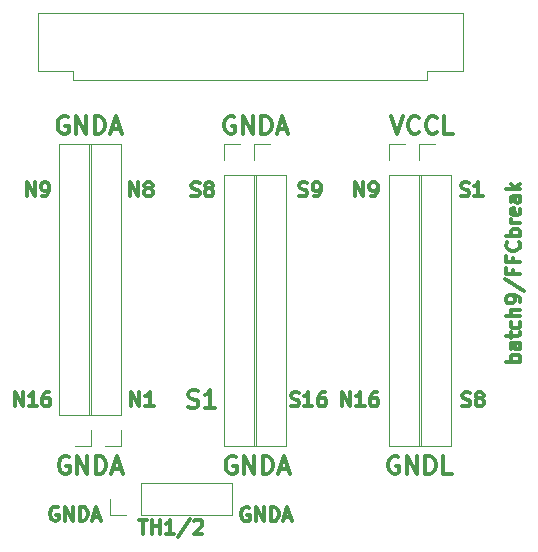
<source format=gto>
G04 #@! TF.GenerationSoftware,KiCad,Pcbnew,(5.1.6-0-10_14)*
G04 #@! TF.CreationDate,2021-08-31T16:03:37+09:00*
G04 #@! TF.ProjectId,FFCbreak,46464362-7265-4616-9b2e-6b696361645f,rev?*
G04 #@! TF.SameCoordinates,Original*
G04 #@! TF.FileFunction,Legend,Top*
G04 #@! TF.FilePolarity,Positive*
%FSLAX46Y46*%
G04 Gerber Fmt 4.6, Leading zero omitted, Abs format (unit mm)*
G04 Created by KiCad (PCBNEW (5.1.6-0-10_14)) date 2021-08-31 16:03:37*
%MOMM*%
%LPD*%
G01*
G04 APERTURE LIST*
%ADD10C,0.300000*%
%ADD11C,0.120000*%
G04 APERTURE END LIST*
D10*
X143102857Y-89455714D02*
X141902857Y-89455714D01*
X142360000Y-89455714D02*
X142302857Y-89341428D01*
X142302857Y-89112857D01*
X142360000Y-88998571D01*
X142417142Y-88941428D01*
X142531428Y-88884285D01*
X142874285Y-88884285D01*
X142988571Y-88941428D01*
X143045714Y-88998571D01*
X143102857Y-89112857D01*
X143102857Y-89341428D01*
X143045714Y-89455714D01*
X143102857Y-87855714D02*
X142474285Y-87855714D01*
X142360000Y-87912857D01*
X142302857Y-88027142D01*
X142302857Y-88255714D01*
X142360000Y-88370000D01*
X143045714Y-87855714D02*
X143102857Y-87970000D01*
X143102857Y-88255714D01*
X143045714Y-88370000D01*
X142931428Y-88427142D01*
X142817142Y-88427142D01*
X142702857Y-88370000D01*
X142645714Y-88255714D01*
X142645714Y-87970000D01*
X142588571Y-87855714D01*
X142302857Y-87455714D02*
X142302857Y-86998571D01*
X141902857Y-87284285D02*
X142931428Y-87284285D01*
X143045714Y-87227142D01*
X143102857Y-87112857D01*
X143102857Y-86998571D01*
X143045714Y-86084285D02*
X143102857Y-86198571D01*
X143102857Y-86427142D01*
X143045714Y-86541428D01*
X142988571Y-86598571D01*
X142874285Y-86655714D01*
X142531428Y-86655714D01*
X142417142Y-86598571D01*
X142360000Y-86541428D01*
X142302857Y-86427142D01*
X142302857Y-86198571D01*
X142360000Y-86084285D01*
X143102857Y-85570000D02*
X141902857Y-85570000D01*
X143102857Y-85055714D02*
X142474285Y-85055714D01*
X142360000Y-85112857D01*
X142302857Y-85227142D01*
X142302857Y-85398571D01*
X142360000Y-85512857D01*
X142417142Y-85570000D01*
X143102857Y-84427142D02*
X143102857Y-84198571D01*
X143045714Y-84084285D01*
X142988571Y-84027142D01*
X142817142Y-83912857D01*
X142588571Y-83855714D01*
X142131428Y-83855714D01*
X142017142Y-83912857D01*
X141960000Y-83970000D01*
X141902857Y-84084285D01*
X141902857Y-84312857D01*
X141960000Y-84427142D01*
X142017142Y-84484285D01*
X142131428Y-84541428D01*
X142417142Y-84541428D01*
X142531428Y-84484285D01*
X142588571Y-84427142D01*
X142645714Y-84312857D01*
X142645714Y-84084285D01*
X142588571Y-83970000D01*
X142531428Y-83912857D01*
X142417142Y-83855714D01*
X141845714Y-82484285D02*
X143388571Y-83512857D01*
X142474285Y-81684285D02*
X142474285Y-82084285D01*
X143102857Y-82084285D02*
X141902857Y-82084285D01*
X141902857Y-81512857D01*
X142474285Y-80655714D02*
X142474285Y-81055714D01*
X143102857Y-81055714D02*
X141902857Y-81055714D01*
X141902857Y-80484285D01*
X142988571Y-79341428D02*
X143045714Y-79398571D01*
X143102857Y-79570000D01*
X143102857Y-79684285D01*
X143045714Y-79855714D01*
X142931428Y-79970000D01*
X142817142Y-80027142D01*
X142588571Y-80084285D01*
X142417142Y-80084285D01*
X142188571Y-80027142D01*
X142074285Y-79970000D01*
X141960000Y-79855714D01*
X141902857Y-79684285D01*
X141902857Y-79570000D01*
X141960000Y-79398571D01*
X142017142Y-79341428D01*
X143102857Y-78827142D02*
X141902857Y-78827142D01*
X142360000Y-78827142D02*
X142302857Y-78712857D01*
X142302857Y-78484285D01*
X142360000Y-78370000D01*
X142417142Y-78312857D01*
X142531428Y-78255714D01*
X142874285Y-78255714D01*
X142988571Y-78312857D01*
X143045714Y-78370000D01*
X143102857Y-78484285D01*
X143102857Y-78712857D01*
X143045714Y-78827142D01*
X143102857Y-77741428D02*
X142302857Y-77741428D01*
X142531428Y-77741428D02*
X142417142Y-77684285D01*
X142360000Y-77627142D01*
X142302857Y-77512857D01*
X142302857Y-77398571D01*
X143045714Y-76541428D02*
X143102857Y-76655714D01*
X143102857Y-76884285D01*
X143045714Y-76998571D01*
X142931428Y-77055714D01*
X142474285Y-77055714D01*
X142360000Y-76998571D01*
X142302857Y-76884285D01*
X142302857Y-76655714D01*
X142360000Y-76541428D01*
X142474285Y-76484285D01*
X142588571Y-76484285D01*
X142702857Y-77055714D01*
X143102857Y-75455714D02*
X142474285Y-75455714D01*
X142360000Y-75512857D01*
X142302857Y-75627142D01*
X142302857Y-75855714D01*
X142360000Y-75970000D01*
X143045714Y-75455714D02*
X143102857Y-75570000D01*
X143102857Y-75855714D01*
X143045714Y-75970000D01*
X142931428Y-76027142D01*
X142817142Y-76027142D01*
X142702857Y-75970000D01*
X142645714Y-75855714D01*
X142645714Y-75570000D01*
X142588571Y-75455714D01*
X143102857Y-74884285D02*
X141902857Y-74884285D01*
X142645714Y-74770000D02*
X143102857Y-74427142D01*
X142302857Y-74427142D02*
X142760000Y-74884285D01*
X120141428Y-101840000D02*
X120027142Y-101782857D01*
X119855714Y-101782857D01*
X119684285Y-101840000D01*
X119570000Y-101954285D01*
X119512857Y-102068571D01*
X119455714Y-102297142D01*
X119455714Y-102468571D01*
X119512857Y-102697142D01*
X119570000Y-102811428D01*
X119684285Y-102925714D01*
X119855714Y-102982857D01*
X119970000Y-102982857D01*
X120141428Y-102925714D01*
X120198571Y-102868571D01*
X120198571Y-102468571D01*
X119970000Y-102468571D01*
X120712857Y-102982857D02*
X120712857Y-101782857D01*
X121398571Y-102982857D01*
X121398571Y-101782857D01*
X121970000Y-102982857D02*
X121970000Y-101782857D01*
X122255714Y-101782857D01*
X122427142Y-101840000D01*
X122541428Y-101954285D01*
X122598571Y-102068571D01*
X122655714Y-102297142D01*
X122655714Y-102468571D01*
X122598571Y-102697142D01*
X122541428Y-102811428D01*
X122427142Y-102925714D01*
X122255714Y-102982857D01*
X121970000Y-102982857D01*
X123112857Y-102640000D02*
X123684285Y-102640000D01*
X122998571Y-102982857D02*
X123398571Y-101782857D01*
X123798571Y-102982857D01*
X103971428Y-101790000D02*
X103857142Y-101732857D01*
X103685714Y-101732857D01*
X103514285Y-101790000D01*
X103400000Y-101904285D01*
X103342857Y-102018571D01*
X103285714Y-102247142D01*
X103285714Y-102418571D01*
X103342857Y-102647142D01*
X103400000Y-102761428D01*
X103514285Y-102875714D01*
X103685714Y-102932857D01*
X103800000Y-102932857D01*
X103971428Y-102875714D01*
X104028571Y-102818571D01*
X104028571Y-102418571D01*
X103800000Y-102418571D01*
X104542857Y-102932857D02*
X104542857Y-101732857D01*
X105228571Y-102932857D01*
X105228571Y-101732857D01*
X105800000Y-102932857D02*
X105800000Y-101732857D01*
X106085714Y-101732857D01*
X106257142Y-101790000D01*
X106371428Y-101904285D01*
X106428571Y-102018571D01*
X106485714Y-102247142D01*
X106485714Y-102418571D01*
X106428571Y-102647142D01*
X106371428Y-102761428D01*
X106257142Y-102875714D01*
X106085714Y-102932857D01*
X105800000Y-102932857D01*
X106942857Y-102590000D02*
X107514285Y-102590000D01*
X106828571Y-102932857D02*
X107228571Y-101732857D01*
X107628571Y-102932857D01*
X110817142Y-102832857D02*
X111502857Y-102832857D01*
X111160000Y-104032857D02*
X111160000Y-102832857D01*
X111902857Y-104032857D02*
X111902857Y-102832857D01*
X111902857Y-103404285D02*
X112588571Y-103404285D01*
X112588571Y-104032857D02*
X112588571Y-102832857D01*
X113788571Y-104032857D02*
X113102857Y-104032857D01*
X113445714Y-104032857D02*
X113445714Y-102832857D01*
X113331428Y-103004285D01*
X113217142Y-103118571D01*
X113102857Y-103175714D01*
X115160000Y-102775714D02*
X114131428Y-104318571D01*
X115502857Y-102947142D02*
X115560000Y-102890000D01*
X115674285Y-102832857D01*
X115960000Y-102832857D01*
X116074285Y-102890000D01*
X116131428Y-102947142D01*
X116188571Y-103061428D01*
X116188571Y-103175714D01*
X116131428Y-103347142D01*
X115445714Y-104032857D01*
X116188571Y-104032857D01*
X110175714Y-93252857D02*
X110175714Y-92052857D01*
X110861428Y-93252857D01*
X110861428Y-92052857D01*
X112061428Y-93252857D02*
X111375714Y-93252857D01*
X111718571Y-93252857D02*
X111718571Y-92052857D01*
X111604285Y-92224285D01*
X111490000Y-92338571D01*
X111375714Y-92395714D01*
X100294285Y-93252857D02*
X100294285Y-92052857D01*
X100980000Y-93252857D01*
X100980000Y-92052857D01*
X102180000Y-93252857D02*
X101494285Y-93252857D01*
X101837142Y-93252857D02*
X101837142Y-92052857D01*
X101722857Y-92224285D01*
X101608571Y-92338571D01*
X101494285Y-92395714D01*
X103208571Y-92052857D02*
X102980000Y-92052857D01*
X102865714Y-92110000D01*
X102808571Y-92167142D01*
X102694285Y-92338571D01*
X102637142Y-92567142D01*
X102637142Y-93024285D01*
X102694285Y-93138571D01*
X102751428Y-93195714D01*
X102865714Y-93252857D01*
X103094285Y-93252857D01*
X103208571Y-93195714D01*
X103265714Y-93138571D01*
X103322857Y-93024285D01*
X103322857Y-92738571D01*
X103265714Y-92624285D01*
X103208571Y-92567142D01*
X103094285Y-92510000D01*
X102865714Y-92510000D01*
X102751428Y-92567142D01*
X102694285Y-92624285D01*
X102637142Y-92738571D01*
X101325714Y-75472857D02*
X101325714Y-74272857D01*
X102011428Y-75472857D01*
X102011428Y-74272857D01*
X102640000Y-75472857D02*
X102868571Y-75472857D01*
X102982857Y-75415714D01*
X103040000Y-75358571D01*
X103154285Y-75187142D01*
X103211428Y-74958571D01*
X103211428Y-74501428D01*
X103154285Y-74387142D01*
X103097142Y-74330000D01*
X102982857Y-74272857D01*
X102754285Y-74272857D01*
X102640000Y-74330000D01*
X102582857Y-74387142D01*
X102525714Y-74501428D01*
X102525714Y-74787142D01*
X102582857Y-74901428D01*
X102640000Y-74958571D01*
X102754285Y-75015714D01*
X102982857Y-75015714D01*
X103097142Y-74958571D01*
X103154285Y-74901428D01*
X103211428Y-74787142D01*
X110085714Y-75472857D02*
X110085714Y-74272857D01*
X110771428Y-75472857D01*
X110771428Y-74272857D01*
X111514285Y-74787142D02*
X111400000Y-74730000D01*
X111342857Y-74672857D01*
X111285714Y-74558571D01*
X111285714Y-74501428D01*
X111342857Y-74387142D01*
X111400000Y-74330000D01*
X111514285Y-74272857D01*
X111742857Y-74272857D01*
X111857142Y-74330000D01*
X111914285Y-74387142D01*
X111971428Y-74501428D01*
X111971428Y-74558571D01*
X111914285Y-74672857D01*
X111857142Y-74730000D01*
X111742857Y-74787142D01*
X111514285Y-74787142D01*
X111400000Y-74844285D01*
X111342857Y-74901428D01*
X111285714Y-75015714D01*
X111285714Y-75244285D01*
X111342857Y-75358571D01*
X111400000Y-75415714D01*
X111514285Y-75472857D01*
X111742857Y-75472857D01*
X111857142Y-75415714D01*
X111914285Y-75358571D01*
X111971428Y-75244285D01*
X111971428Y-75015714D01*
X111914285Y-74901428D01*
X111857142Y-74844285D01*
X111742857Y-74787142D01*
X123684285Y-93195714D02*
X123855714Y-93252857D01*
X124141428Y-93252857D01*
X124255714Y-93195714D01*
X124312857Y-93138571D01*
X124370000Y-93024285D01*
X124370000Y-92910000D01*
X124312857Y-92795714D01*
X124255714Y-92738571D01*
X124141428Y-92681428D01*
X123912857Y-92624285D01*
X123798571Y-92567142D01*
X123741428Y-92510000D01*
X123684285Y-92395714D01*
X123684285Y-92281428D01*
X123741428Y-92167142D01*
X123798571Y-92110000D01*
X123912857Y-92052857D01*
X124198571Y-92052857D01*
X124370000Y-92110000D01*
X125512857Y-93252857D02*
X124827142Y-93252857D01*
X125170000Y-93252857D02*
X125170000Y-92052857D01*
X125055714Y-92224285D01*
X124941428Y-92338571D01*
X124827142Y-92395714D01*
X126541428Y-92052857D02*
X126312857Y-92052857D01*
X126198571Y-92110000D01*
X126141428Y-92167142D01*
X126027142Y-92338571D01*
X125970000Y-92567142D01*
X125970000Y-93024285D01*
X126027142Y-93138571D01*
X126084285Y-93195714D01*
X126198571Y-93252857D01*
X126427142Y-93252857D01*
X126541428Y-93195714D01*
X126598571Y-93138571D01*
X126655714Y-93024285D01*
X126655714Y-92738571D01*
X126598571Y-92624285D01*
X126541428Y-92567142D01*
X126427142Y-92510000D01*
X126198571Y-92510000D01*
X126084285Y-92567142D01*
X126027142Y-92624285D01*
X125970000Y-92738571D01*
X124375714Y-75415714D02*
X124547142Y-75472857D01*
X124832857Y-75472857D01*
X124947142Y-75415714D01*
X125004285Y-75358571D01*
X125061428Y-75244285D01*
X125061428Y-75130000D01*
X125004285Y-75015714D01*
X124947142Y-74958571D01*
X124832857Y-74901428D01*
X124604285Y-74844285D01*
X124490000Y-74787142D01*
X124432857Y-74730000D01*
X124375714Y-74615714D01*
X124375714Y-74501428D01*
X124432857Y-74387142D01*
X124490000Y-74330000D01*
X124604285Y-74272857D01*
X124890000Y-74272857D01*
X125061428Y-74330000D01*
X125632857Y-75472857D02*
X125861428Y-75472857D01*
X125975714Y-75415714D01*
X126032857Y-75358571D01*
X126147142Y-75187142D01*
X126204285Y-74958571D01*
X126204285Y-74501428D01*
X126147142Y-74387142D01*
X126090000Y-74330000D01*
X125975714Y-74272857D01*
X125747142Y-74272857D01*
X125632857Y-74330000D01*
X125575714Y-74387142D01*
X125518571Y-74501428D01*
X125518571Y-74787142D01*
X125575714Y-74901428D01*
X125632857Y-74958571D01*
X125747142Y-75015714D01*
X125975714Y-75015714D01*
X126090000Y-74958571D01*
X126147142Y-74901428D01*
X126204285Y-74787142D01*
X115265714Y-75415714D02*
X115437142Y-75472857D01*
X115722857Y-75472857D01*
X115837142Y-75415714D01*
X115894285Y-75358571D01*
X115951428Y-75244285D01*
X115951428Y-75130000D01*
X115894285Y-75015714D01*
X115837142Y-74958571D01*
X115722857Y-74901428D01*
X115494285Y-74844285D01*
X115380000Y-74787142D01*
X115322857Y-74730000D01*
X115265714Y-74615714D01*
X115265714Y-74501428D01*
X115322857Y-74387142D01*
X115380000Y-74330000D01*
X115494285Y-74272857D01*
X115780000Y-74272857D01*
X115951428Y-74330000D01*
X116637142Y-74787142D02*
X116522857Y-74730000D01*
X116465714Y-74672857D01*
X116408571Y-74558571D01*
X116408571Y-74501428D01*
X116465714Y-74387142D01*
X116522857Y-74330000D01*
X116637142Y-74272857D01*
X116865714Y-74272857D01*
X116980000Y-74330000D01*
X117037142Y-74387142D01*
X117094285Y-74501428D01*
X117094285Y-74558571D01*
X117037142Y-74672857D01*
X116980000Y-74730000D01*
X116865714Y-74787142D01*
X116637142Y-74787142D01*
X116522857Y-74844285D01*
X116465714Y-74901428D01*
X116408571Y-75015714D01*
X116408571Y-75244285D01*
X116465714Y-75358571D01*
X116522857Y-75415714D01*
X116637142Y-75472857D01*
X116865714Y-75472857D01*
X116980000Y-75415714D01*
X117037142Y-75358571D01*
X117094285Y-75244285D01*
X117094285Y-75015714D01*
X117037142Y-74901428D01*
X116980000Y-74844285D01*
X116865714Y-74787142D01*
X114997142Y-93317142D02*
X115211428Y-93388571D01*
X115568571Y-93388571D01*
X115711428Y-93317142D01*
X115782857Y-93245714D01*
X115854285Y-93102857D01*
X115854285Y-92960000D01*
X115782857Y-92817142D01*
X115711428Y-92745714D01*
X115568571Y-92674285D01*
X115282857Y-92602857D01*
X115140000Y-92531428D01*
X115068571Y-92460000D01*
X114997142Y-92317142D01*
X114997142Y-92174285D01*
X115068571Y-92031428D01*
X115140000Y-91960000D01*
X115282857Y-91888571D01*
X115640000Y-91888571D01*
X115854285Y-91960000D01*
X117282857Y-93388571D02*
X116425714Y-93388571D01*
X116854285Y-93388571D02*
X116854285Y-91888571D01*
X116711428Y-92102857D01*
X116568571Y-92245714D01*
X116425714Y-92317142D01*
X129135714Y-75472857D02*
X129135714Y-74272857D01*
X129821428Y-75472857D01*
X129821428Y-74272857D01*
X130450000Y-75472857D02*
X130678571Y-75472857D01*
X130792857Y-75415714D01*
X130850000Y-75358571D01*
X130964285Y-75187142D01*
X131021428Y-74958571D01*
X131021428Y-74501428D01*
X130964285Y-74387142D01*
X130907142Y-74330000D01*
X130792857Y-74272857D01*
X130564285Y-74272857D01*
X130450000Y-74330000D01*
X130392857Y-74387142D01*
X130335714Y-74501428D01*
X130335714Y-74787142D01*
X130392857Y-74901428D01*
X130450000Y-74958571D01*
X130564285Y-75015714D01*
X130792857Y-75015714D01*
X130907142Y-74958571D01*
X130964285Y-74901428D01*
X131021428Y-74787142D01*
X128034285Y-93252857D02*
X128034285Y-92052857D01*
X128720000Y-93252857D01*
X128720000Y-92052857D01*
X129920000Y-93252857D02*
X129234285Y-93252857D01*
X129577142Y-93252857D02*
X129577142Y-92052857D01*
X129462857Y-92224285D01*
X129348571Y-92338571D01*
X129234285Y-92395714D01*
X130948571Y-92052857D02*
X130720000Y-92052857D01*
X130605714Y-92110000D01*
X130548571Y-92167142D01*
X130434285Y-92338571D01*
X130377142Y-92567142D01*
X130377142Y-93024285D01*
X130434285Y-93138571D01*
X130491428Y-93195714D01*
X130605714Y-93252857D01*
X130834285Y-93252857D01*
X130948571Y-93195714D01*
X131005714Y-93138571D01*
X131062857Y-93024285D01*
X131062857Y-92738571D01*
X131005714Y-92624285D01*
X130948571Y-92567142D01*
X130834285Y-92510000D01*
X130605714Y-92510000D01*
X130491428Y-92567142D01*
X130434285Y-92624285D01*
X130377142Y-92738571D01*
X138195714Y-93195714D02*
X138367142Y-93252857D01*
X138652857Y-93252857D01*
X138767142Y-93195714D01*
X138824285Y-93138571D01*
X138881428Y-93024285D01*
X138881428Y-92910000D01*
X138824285Y-92795714D01*
X138767142Y-92738571D01*
X138652857Y-92681428D01*
X138424285Y-92624285D01*
X138310000Y-92567142D01*
X138252857Y-92510000D01*
X138195714Y-92395714D01*
X138195714Y-92281428D01*
X138252857Y-92167142D01*
X138310000Y-92110000D01*
X138424285Y-92052857D01*
X138710000Y-92052857D01*
X138881428Y-92110000D01*
X139567142Y-92567142D02*
X139452857Y-92510000D01*
X139395714Y-92452857D01*
X139338571Y-92338571D01*
X139338571Y-92281428D01*
X139395714Y-92167142D01*
X139452857Y-92110000D01*
X139567142Y-92052857D01*
X139795714Y-92052857D01*
X139910000Y-92110000D01*
X139967142Y-92167142D01*
X140024285Y-92281428D01*
X140024285Y-92338571D01*
X139967142Y-92452857D01*
X139910000Y-92510000D01*
X139795714Y-92567142D01*
X139567142Y-92567142D01*
X139452857Y-92624285D01*
X139395714Y-92681428D01*
X139338571Y-92795714D01*
X139338571Y-93024285D01*
X139395714Y-93138571D01*
X139452857Y-93195714D01*
X139567142Y-93252857D01*
X139795714Y-93252857D01*
X139910000Y-93195714D01*
X139967142Y-93138571D01*
X140024285Y-93024285D01*
X140024285Y-92795714D01*
X139967142Y-92681428D01*
X139910000Y-92624285D01*
X139795714Y-92567142D01*
X138085714Y-75415714D02*
X138257142Y-75472857D01*
X138542857Y-75472857D01*
X138657142Y-75415714D01*
X138714285Y-75358571D01*
X138771428Y-75244285D01*
X138771428Y-75130000D01*
X138714285Y-75015714D01*
X138657142Y-74958571D01*
X138542857Y-74901428D01*
X138314285Y-74844285D01*
X138200000Y-74787142D01*
X138142857Y-74730000D01*
X138085714Y-74615714D01*
X138085714Y-74501428D01*
X138142857Y-74387142D01*
X138200000Y-74330000D01*
X138314285Y-74272857D01*
X138600000Y-74272857D01*
X138771428Y-74330000D01*
X139914285Y-75472857D02*
X139228571Y-75472857D01*
X139571428Y-75472857D02*
X139571428Y-74272857D01*
X139457142Y-74444285D01*
X139342857Y-74558571D01*
X139228571Y-74615714D01*
X132182857Y-68668571D02*
X132682857Y-70168571D01*
X133182857Y-68668571D01*
X134540000Y-70025714D02*
X134468571Y-70097142D01*
X134254285Y-70168571D01*
X134111428Y-70168571D01*
X133897142Y-70097142D01*
X133754285Y-69954285D01*
X133682857Y-69811428D01*
X133611428Y-69525714D01*
X133611428Y-69311428D01*
X133682857Y-69025714D01*
X133754285Y-68882857D01*
X133897142Y-68740000D01*
X134111428Y-68668571D01*
X134254285Y-68668571D01*
X134468571Y-68740000D01*
X134540000Y-68811428D01*
X136040000Y-70025714D02*
X135968571Y-70097142D01*
X135754285Y-70168571D01*
X135611428Y-70168571D01*
X135397142Y-70097142D01*
X135254285Y-69954285D01*
X135182857Y-69811428D01*
X135111428Y-69525714D01*
X135111428Y-69311428D01*
X135182857Y-69025714D01*
X135254285Y-68882857D01*
X135397142Y-68740000D01*
X135611428Y-68668571D01*
X135754285Y-68668571D01*
X135968571Y-68740000D01*
X136040000Y-68811428D01*
X137397142Y-70168571D02*
X136682857Y-70168571D01*
X136682857Y-68668571D01*
X132790000Y-97530000D02*
X132647142Y-97458571D01*
X132432857Y-97458571D01*
X132218571Y-97530000D01*
X132075714Y-97672857D01*
X132004285Y-97815714D01*
X131932857Y-98101428D01*
X131932857Y-98315714D01*
X132004285Y-98601428D01*
X132075714Y-98744285D01*
X132218571Y-98887142D01*
X132432857Y-98958571D01*
X132575714Y-98958571D01*
X132790000Y-98887142D01*
X132861428Y-98815714D01*
X132861428Y-98315714D01*
X132575714Y-98315714D01*
X133504285Y-98958571D02*
X133504285Y-97458571D01*
X134361428Y-98958571D01*
X134361428Y-97458571D01*
X135075714Y-98958571D02*
X135075714Y-97458571D01*
X135432857Y-97458571D01*
X135647142Y-97530000D01*
X135790000Y-97672857D01*
X135861428Y-97815714D01*
X135932857Y-98101428D01*
X135932857Y-98315714D01*
X135861428Y-98601428D01*
X135790000Y-98744285D01*
X135647142Y-98887142D01*
X135432857Y-98958571D01*
X135075714Y-98958571D01*
X137290000Y-98958571D02*
X136575714Y-98958571D01*
X136575714Y-97458571D01*
X119014285Y-97530000D02*
X118871428Y-97458571D01*
X118657142Y-97458571D01*
X118442857Y-97530000D01*
X118300000Y-97672857D01*
X118228571Y-97815714D01*
X118157142Y-98101428D01*
X118157142Y-98315714D01*
X118228571Y-98601428D01*
X118300000Y-98744285D01*
X118442857Y-98887142D01*
X118657142Y-98958571D01*
X118800000Y-98958571D01*
X119014285Y-98887142D01*
X119085714Y-98815714D01*
X119085714Y-98315714D01*
X118800000Y-98315714D01*
X119728571Y-98958571D02*
X119728571Y-97458571D01*
X120585714Y-98958571D01*
X120585714Y-97458571D01*
X121300000Y-98958571D02*
X121300000Y-97458571D01*
X121657142Y-97458571D01*
X121871428Y-97530000D01*
X122014285Y-97672857D01*
X122085714Y-97815714D01*
X122157142Y-98101428D01*
X122157142Y-98315714D01*
X122085714Y-98601428D01*
X122014285Y-98744285D01*
X121871428Y-98887142D01*
X121657142Y-98958571D01*
X121300000Y-98958571D01*
X122728571Y-98530000D02*
X123442857Y-98530000D01*
X122585714Y-98958571D02*
X123085714Y-97458571D01*
X123585714Y-98958571D01*
X118904285Y-68740000D02*
X118761428Y-68668571D01*
X118547142Y-68668571D01*
X118332857Y-68740000D01*
X118190000Y-68882857D01*
X118118571Y-69025714D01*
X118047142Y-69311428D01*
X118047142Y-69525714D01*
X118118571Y-69811428D01*
X118190000Y-69954285D01*
X118332857Y-70097142D01*
X118547142Y-70168571D01*
X118690000Y-70168571D01*
X118904285Y-70097142D01*
X118975714Y-70025714D01*
X118975714Y-69525714D01*
X118690000Y-69525714D01*
X119618571Y-70168571D02*
X119618571Y-68668571D01*
X120475714Y-70168571D01*
X120475714Y-68668571D01*
X121190000Y-70168571D02*
X121190000Y-68668571D01*
X121547142Y-68668571D01*
X121761428Y-68740000D01*
X121904285Y-68882857D01*
X121975714Y-69025714D01*
X122047142Y-69311428D01*
X122047142Y-69525714D01*
X121975714Y-69811428D01*
X121904285Y-69954285D01*
X121761428Y-70097142D01*
X121547142Y-70168571D01*
X121190000Y-70168571D01*
X122618571Y-69740000D02*
X123332857Y-69740000D01*
X122475714Y-70168571D02*
X122975714Y-68668571D01*
X123475714Y-70168571D01*
X104794285Y-68740000D02*
X104651428Y-68668571D01*
X104437142Y-68668571D01*
X104222857Y-68740000D01*
X104080000Y-68882857D01*
X104008571Y-69025714D01*
X103937142Y-69311428D01*
X103937142Y-69525714D01*
X104008571Y-69811428D01*
X104080000Y-69954285D01*
X104222857Y-70097142D01*
X104437142Y-70168571D01*
X104580000Y-70168571D01*
X104794285Y-70097142D01*
X104865714Y-70025714D01*
X104865714Y-69525714D01*
X104580000Y-69525714D01*
X105508571Y-70168571D02*
X105508571Y-68668571D01*
X106365714Y-70168571D01*
X106365714Y-68668571D01*
X107080000Y-70168571D02*
X107080000Y-68668571D01*
X107437142Y-68668571D01*
X107651428Y-68740000D01*
X107794285Y-68882857D01*
X107865714Y-69025714D01*
X107937142Y-69311428D01*
X107937142Y-69525714D01*
X107865714Y-69811428D01*
X107794285Y-69954285D01*
X107651428Y-70097142D01*
X107437142Y-70168571D01*
X107080000Y-70168571D01*
X108508571Y-69740000D02*
X109222857Y-69740000D01*
X108365714Y-70168571D02*
X108865714Y-68668571D01*
X109365714Y-70168571D01*
X104884285Y-97530000D02*
X104741428Y-97458571D01*
X104527142Y-97458571D01*
X104312857Y-97530000D01*
X104170000Y-97672857D01*
X104098571Y-97815714D01*
X104027142Y-98101428D01*
X104027142Y-98315714D01*
X104098571Y-98601428D01*
X104170000Y-98744285D01*
X104312857Y-98887142D01*
X104527142Y-98958571D01*
X104670000Y-98958571D01*
X104884285Y-98887142D01*
X104955714Y-98815714D01*
X104955714Y-98315714D01*
X104670000Y-98315714D01*
X105598571Y-98958571D02*
X105598571Y-97458571D01*
X106455714Y-98958571D01*
X106455714Y-97458571D01*
X107170000Y-98958571D02*
X107170000Y-97458571D01*
X107527142Y-97458571D01*
X107741428Y-97530000D01*
X107884285Y-97672857D01*
X107955714Y-97815714D01*
X108027142Y-98101428D01*
X108027142Y-98315714D01*
X107955714Y-98601428D01*
X107884285Y-98744285D01*
X107741428Y-98887142D01*
X107527142Y-98958571D01*
X107170000Y-98958571D01*
X108598571Y-98530000D02*
X109312857Y-98530000D01*
X108455714Y-98958571D02*
X108955714Y-97458571D01*
X109455714Y-98958571D01*
D11*
G04 #@! TO.C,J1*
X105250000Y-64825000D02*
X105250000Y-65625000D01*
X135250000Y-64825000D02*
X135250000Y-65625000D01*
X102250000Y-64825000D02*
X105250000Y-64825000D01*
X138250000Y-64825000D02*
X135250000Y-64825000D01*
X102250000Y-59975000D02*
X102250000Y-64825000D01*
X138250000Y-59975000D02*
X138250000Y-64825000D01*
X138250000Y-59975000D02*
X102250000Y-59975000D01*
X135250000Y-65625000D02*
X105250000Y-65625000D01*
G04 #@! TO.C,J2*
X134560000Y-96580000D02*
X137220000Y-96580000D01*
X134560000Y-73660000D02*
X134560000Y-96580000D01*
X137220000Y-73660000D02*
X137220000Y-96580000D01*
X134560000Y-73660000D02*
X137220000Y-73660000D01*
X134560000Y-72390000D02*
X134560000Y-71060000D01*
X134560000Y-71060000D02*
X135890000Y-71060000D01*
G04 #@! TO.C,J3*
X132020000Y-71060000D02*
X133350000Y-71060000D01*
X132020000Y-72390000D02*
X132020000Y-71060000D01*
X132020000Y-73660000D02*
X134680000Y-73660000D01*
X134680000Y-73660000D02*
X134680000Y-96580000D01*
X132020000Y-73660000D02*
X132020000Y-96580000D01*
X132020000Y-96580000D02*
X134680000Y-96580000D01*
G04 #@! TO.C,J4*
X118050000Y-96580000D02*
X120710000Y-96580000D01*
X118050000Y-73660000D02*
X118050000Y-96580000D01*
X120710000Y-73660000D02*
X120710000Y-96580000D01*
X118050000Y-73660000D02*
X120710000Y-73660000D01*
X118050000Y-72390000D02*
X118050000Y-71060000D01*
X118050000Y-71060000D02*
X119380000Y-71060000D01*
G04 #@! TO.C,J5*
X120590000Y-71060000D02*
X121920000Y-71060000D01*
X120590000Y-72390000D02*
X120590000Y-71060000D01*
X120590000Y-73660000D02*
X123250000Y-73660000D01*
X123250000Y-73660000D02*
X123250000Y-96580000D01*
X120590000Y-73660000D02*
X120590000Y-96580000D01*
X120590000Y-96580000D02*
X123250000Y-96580000D01*
G04 #@! TO.C,J6*
X109280000Y-71060000D02*
X106620000Y-71060000D01*
X109280000Y-93980000D02*
X109280000Y-71060000D01*
X106620000Y-93980000D02*
X106620000Y-71060000D01*
X109280000Y-93980000D02*
X106620000Y-93980000D01*
X109280000Y-95250000D02*
X109280000Y-96580000D01*
X109280000Y-96580000D02*
X107950000Y-96580000D01*
G04 #@! TO.C,J7*
X106740000Y-96580000D02*
X105410000Y-96580000D01*
X106740000Y-95250000D02*
X106740000Y-96580000D01*
X106740000Y-93980000D02*
X104080000Y-93980000D01*
X104080000Y-93980000D02*
X104080000Y-71060000D01*
X106740000Y-93980000D02*
X106740000Y-71060000D01*
X106740000Y-71060000D02*
X104080000Y-71060000D01*
G04 #@! TO.C,J8*
X118670000Y-102414000D02*
X118670000Y-99754000D01*
X110990000Y-102414000D02*
X118670000Y-102414000D01*
X110990000Y-99754000D02*
X118670000Y-99754000D01*
X110990000Y-102414000D02*
X110990000Y-99754000D01*
X109720000Y-102414000D02*
X108390000Y-102414000D01*
X108390000Y-102414000D02*
X108390000Y-101084000D01*
G04 #@! TD*
M02*

</source>
